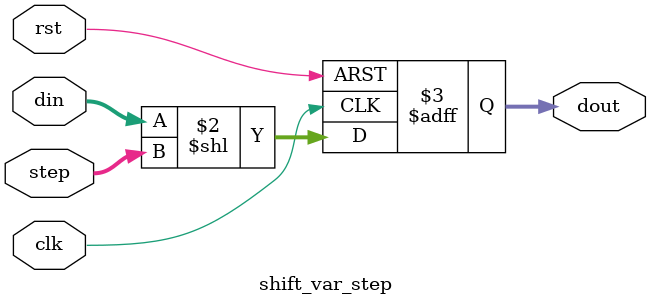
<source format=sv>
module shift_var_step #(parameter WIDTH=8) (
    input clk, rst,
    input [$clog2(WIDTH)-1:0] step,
    input [WIDTH-1:0] din,
    output reg [WIDTH-1:0] dout
);
always @(posedge clk or posedge rst) begin
    if (rst) dout <= 0;
    else dout <= din << step;
end
endmodule

</source>
